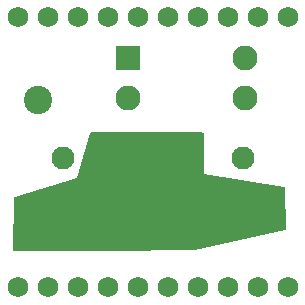
<source format=gbr>
%TF.GenerationSoftware,KiCad,Pcbnew,8.0.7*%
%TF.CreationDate,2025-01-28T21:08:18-05:00*%
%TF.ProjectId,Circuit Power Module,43697263-7569-4742-9050-6f776572204d,rev?*%
%TF.SameCoordinates,Original*%
%TF.FileFunction,Copper,L2,Bot*%
%TF.FilePolarity,Positive*%
%FSLAX46Y46*%
G04 Gerber Fmt 4.6, Leading zero omitted, Abs format (unit mm)*
G04 Created by KiCad (PCBNEW 8.0.7) date 2025-01-28 21:08:18*
%MOMM*%
%LPD*%
G01*
G04 APERTURE LIST*
%TA.AperFunction,ComponentPad*%
%ADD10C,1.750000*%
%TD*%
%TA.AperFunction,ComponentPad*%
%ADD11C,2.400000*%
%TD*%
%TA.AperFunction,ComponentPad*%
%ADD12C,1.950000*%
%TD*%
%TA.AperFunction,ComponentPad*%
%ADD13R,2.108200X2.108200*%
%TD*%
%TA.AperFunction,ComponentPad*%
%ADD14C,2.108200*%
%TD*%
%TA.AperFunction,ViaPad*%
%ADD15C,1.000000*%
%TD*%
G04 APERTURE END LIST*
D10*
%TO.P,REF\u002A\u002A,1*%
%TO.N,N/C*%
X76200000Y-48260000D03*
%TO.P,REF\u002A\u002A,2*%
X78740000Y-48260000D03*
%TO.P,REF\u002A\u002A,3*%
X81280000Y-48260000D03*
%TO.P,REF\u002A\u002A,4*%
X83820000Y-48260000D03*
%TO.P,REF\u002A\u002A,5*%
X86360000Y-48260000D03*
%TO.P,REF\u002A\u002A,6*%
X88900000Y-48260000D03*
%TO.P,REF\u002A\u002A,7*%
X91440000Y-48260000D03*
%TO.P,REF\u002A\u002A,8*%
X93980000Y-48260000D03*
%TO.P,REF\u002A\u002A,9*%
X96520000Y-48260000D03*
%TO.P,REF\u002A\u002A,10*%
X99060000Y-48260000D03*
%TD*%
%TO.P,REF\u002A\u002A,1*%
%TO.N,N/C*%
X76200000Y-25400000D03*
%TO.P,REF\u002A\u002A,2*%
X78740000Y-25400000D03*
%TO.P,REF\u002A\u002A,3*%
X81280000Y-25400000D03*
%TO.P,REF\u002A\u002A,4*%
X83820000Y-25400000D03*
%TO.P,REF\u002A\u002A,5*%
X86360000Y-25400000D03*
%TO.P,REF\u002A\u002A,6*%
X88900000Y-25400000D03*
%TO.P,REF\u002A\u002A,7*%
X91440000Y-25400000D03*
%TO.P,REF\u002A\u002A,8*%
X93980000Y-25400000D03*
%TO.P,REF\u002A\u002A,9*%
X96520000Y-25400000D03*
%TO.P,REF\u002A\u002A,10*%
X99060000Y-25400000D03*
%TD*%
D11*
%TO.P,TP1,TP*%
%TO.N,Net-(C2-Pad2)*%
X77920000Y-32395850D03*
%TD*%
D12*
%TO.P,J2,1*%
%TO.N,Net-(F1-Pad3)*%
X95260000Y-37305850D03*
%TO.P,J2,2*%
%TO.N,Net-(C2-Pad1)*%
X95260000Y-42305850D03*
%TD*%
%TO.P,J1,1*%
%TO.N,Net-(C2-Pad1)*%
X80020000Y-42305850D03*
%TO.P,J1,2*%
%TO.N,Net-(C2-Pad2)*%
X80020000Y-37305850D03*
%TD*%
D13*
%TO.P,F1,1,1*%
%TO.N,Net-(C2-Pad2)*%
X85557000Y-28804050D03*
D14*
%TO.P,F1,2,2*%
X85557000Y-32207650D03*
%TO.P,F1,3,3*%
%TO.N,Net-(F1-Pad3)*%
X95463000Y-32207650D03*
%TO.P,F1,4,4*%
X95463000Y-28804050D03*
%TD*%
D11*
%TO.P,TP2,TP*%
%TO.N,Net-(C2-Pad1)*%
X86310000Y-43255850D03*
%TD*%
D15*
%TO.N,Net-(C2-Pad1)*%
X90700000Y-37195850D03*
%TD*%
%TA.AperFunction,Conductor*%
%TO.N,Net-(C2-Pad1)*%
G36*
X91815910Y-35145590D02*
G01*
X91882905Y-35165415D01*
X91928550Y-35218314D01*
X91939648Y-35269941D01*
X91930000Y-38675849D01*
X91930000Y-38675850D01*
X98757325Y-39720145D01*
X98820617Y-39749739D01*
X98857862Y-39808854D01*
X98862539Y-39839687D01*
X98947506Y-43313894D01*
X98929466Y-43381395D01*
X98877797Y-43428427D01*
X98850442Y-43437973D01*
X91222962Y-45132969D01*
X91196722Y-45135920D01*
X83680344Y-45175848D01*
X83680000Y-45175850D01*
X75936495Y-45195528D01*
X75869406Y-45176013D01*
X75823517Y-45123326D01*
X75812199Y-45069374D01*
X75888436Y-40685722D01*
X75909283Y-40619039D01*
X75962875Y-40574209D01*
X75975889Y-40569384D01*
X81180000Y-38965850D01*
X82333030Y-35213616D01*
X82371537Y-35155318D01*
X82435452Y-35127092D01*
X82451807Y-35126041D01*
X91815910Y-35145590D01*
G37*
%TD.AperFunction*%
%TD*%
M02*

</source>
